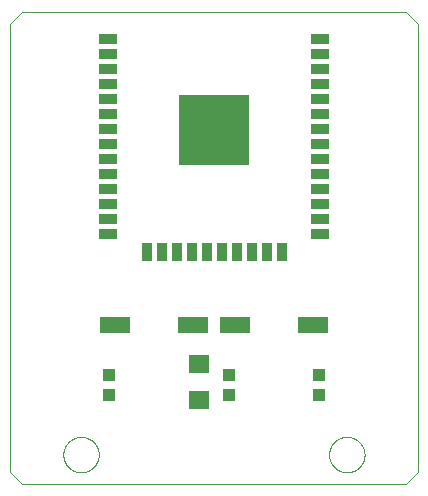
<source format=gtp>
G75*
%MOIN*%
%OFA0B0*%
%FSLAX25Y25*%
%IPPOS*%
%LPD*%
%AMOC8*
5,1,8,0,0,1.08239X$1,22.5*
%
%ADD10C,0.00000*%
%ADD11R,0.03937X0.04331*%
%ADD12R,0.04331X0.03937*%
%ADD13R,0.05906X0.03543*%
%ADD14R,0.03543X0.05906*%
%ADD15R,0.23622X0.23622*%
%ADD16R,0.10433X0.05512*%
%ADD17R,0.06600X0.06000*%
D10*
X0002250Y0006187D02*
X0006187Y0002250D01*
X0134140Y0002250D01*
X0138077Y0006187D01*
X0138077Y0155793D01*
X0134140Y0159730D01*
X0006187Y0159730D01*
X0002250Y0155793D01*
X0002250Y0006187D01*
X0019966Y0012093D02*
X0019968Y0012246D01*
X0019974Y0012400D01*
X0019984Y0012553D01*
X0019998Y0012705D01*
X0020016Y0012858D01*
X0020038Y0013009D01*
X0020063Y0013160D01*
X0020093Y0013311D01*
X0020127Y0013461D01*
X0020164Y0013609D01*
X0020205Y0013757D01*
X0020250Y0013903D01*
X0020299Y0014049D01*
X0020352Y0014193D01*
X0020408Y0014335D01*
X0020468Y0014476D01*
X0020532Y0014616D01*
X0020599Y0014754D01*
X0020670Y0014890D01*
X0020745Y0015024D01*
X0020822Y0015156D01*
X0020904Y0015286D01*
X0020988Y0015414D01*
X0021076Y0015540D01*
X0021167Y0015663D01*
X0021261Y0015784D01*
X0021359Y0015902D01*
X0021459Y0016018D01*
X0021563Y0016131D01*
X0021669Y0016242D01*
X0021778Y0016350D01*
X0021890Y0016455D01*
X0022004Y0016556D01*
X0022122Y0016655D01*
X0022241Y0016751D01*
X0022363Y0016844D01*
X0022488Y0016933D01*
X0022615Y0017020D01*
X0022744Y0017102D01*
X0022875Y0017182D01*
X0023008Y0017258D01*
X0023143Y0017331D01*
X0023280Y0017400D01*
X0023419Y0017465D01*
X0023559Y0017527D01*
X0023701Y0017585D01*
X0023844Y0017640D01*
X0023989Y0017691D01*
X0024135Y0017738D01*
X0024282Y0017781D01*
X0024430Y0017820D01*
X0024579Y0017856D01*
X0024729Y0017887D01*
X0024880Y0017915D01*
X0025031Y0017939D01*
X0025184Y0017959D01*
X0025336Y0017975D01*
X0025489Y0017987D01*
X0025642Y0017995D01*
X0025795Y0017999D01*
X0025949Y0017999D01*
X0026102Y0017995D01*
X0026255Y0017987D01*
X0026408Y0017975D01*
X0026560Y0017959D01*
X0026713Y0017939D01*
X0026864Y0017915D01*
X0027015Y0017887D01*
X0027165Y0017856D01*
X0027314Y0017820D01*
X0027462Y0017781D01*
X0027609Y0017738D01*
X0027755Y0017691D01*
X0027900Y0017640D01*
X0028043Y0017585D01*
X0028185Y0017527D01*
X0028325Y0017465D01*
X0028464Y0017400D01*
X0028601Y0017331D01*
X0028736Y0017258D01*
X0028869Y0017182D01*
X0029000Y0017102D01*
X0029129Y0017020D01*
X0029256Y0016933D01*
X0029381Y0016844D01*
X0029503Y0016751D01*
X0029622Y0016655D01*
X0029740Y0016556D01*
X0029854Y0016455D01*
X0029966Y0016350D01*
X0030075Y0016242D01*
X0030181Y0016131D01*
X0030285Y0016018D01*
X0030385Y0015902D01*
X0030483Y0015784D01*
X0030577Y0015663D01*
X0030668Y0015540D01*
X0030756Y0015414D01*
X0030840Y0015286D01*
X0030922Y0015156D01*
X0030999Y0015024D01*
X0031074Y0014890D01*
X0031145Y0014754D01*
X0031212Y0014616D01*
X0031276Y0014476D01*
X0031336Y0014335D01*
X0031392Y0014193D01*
X0031445Y0014049D01*
X0031494Y0013903D01*
X0031539Y0013757D01*
X0031580Y0013609D01*
X0031617Y0013461D01*
X0031651Y0013311D01*
X0031681Y0013160D01*
X0031706Y0013009D01*
X0031728Y0012858D01*
X0031746Y0012705D01*
X0031760Y0012553D01*
X0031770Y0012400D01*
X0031776Y0012246D01*
X0031778Y0012093D01*
X0031776Y0011940D01*
X0031770Y0011786D01*
X0031760Y0011633D01*
X0031746Y0011481D01*
X0031728Y0011328D01*
X0031706Y0011177D01*
X0031681Y0011026D01*
X0031651Y0010875D01*
X0031617Y0010725D01*
X0031580Y0010577D01*
X0031539Y0010429D01*
X0031494Y0010283D01*
X0031445Y0010137D01*
X0031392Y0009993D01*
X0031336Y0009851D01*
X0031276Y0009710D01*
X0031212Y0009570D01*
X0031145Y0009432D01*
X0031074Y0009296D01*
X0030999Y0009162D01*
X0030922Y0009030D01*
X0030840Y0008900D01*
X0030756Y0008772D01*
X0030668Y0008646D01*
X0030577Y0008523D01*
X0030483Y0008402D01*
X0030385Y0008284D01*
X0030285Y0008168D01*
X0030181Y0008055D01*
X0030075Y0007944D01*
X0029966Y0007836D01*
X0029854Y0007731D01*
X0029740Y0007630D01*
X0029622Y0007531D01*
X0029503Y0007435D01*
X0029381Y0007342D01*
X0029256Y0007253D01*
X0029129Y0007166D01*
X0029000Y0007084D01*
X0028869Y0007004D01*
X0028736Y0006928D01*
X0028601Y0006855D01*
X0028464Y0006786D01*
X0028325Y0006721D01*
X0028185Y0006659D01*
X0028043Y0006601D01*
X0027900Y0006546D01*
X0027755Y0006495D01*
X0027609Y0006448D01*
X0027462Y0006405D01*
X0027314Y0006366D01*
X0027165Y0006330D01*
X0027015Y0006299D01*
X0026864Y0006271D01*
X0026713Y0006247D01*
X0026560Y0006227D01*
X0026408Y0006211D01*
X0026255Y0006199D01*
X0026102Y0006191D01*
X0025949Y0006187D01*
X0025795Y0006187D01*
X0025642Y0006191D01*
X0025489Y0006199D01*
X0025336Y0006211D01*
X0025184Y0006227D01*
X0025031Y0006247D01*
X0024880Y0006271D01*
X0024729Y0006299D01*
X0024579Y0006330D01*
X0024430Y0006366D01*
X0024282Y0006405D01*
X0024135Y0006448D01*
X0023989Y0006495D01*
X0023844Y0006546D01*
X0023701Y0006601D01*
X0023559Y0006659D01*
X0023419Y0006721D01*
X0023280Y0006786D01*
X0023143Y0006855D01*
X0023008Y0006928D01*
X0022875Y0007004D01*
X0022744Y0007084D01*
X0022615Y0007166D01*
X0022488Y0007253D01*
X0022363Y0007342D01*
X0022241Y0007435D01*
X0022122Y0007531D01*
X0022004Y0007630D01*
X0021890Y0007731D01*
X0021778Y0007836D01*
X0021669Y0007944D01*
X0021563Y0008055D01*
X0021459Y0008168D01*
X0021359Y0008284D01*
X0021261Y0008402D01*
X0021167Y0008523D01*
X0021076Y0008646D01*
X0020988Y0008772D01*
X0020904Y0008900D01*
X0020822Y0009030D01*
X0020745Y0009162D01*
X0020670Y0009296D01*
X0020599Y0009432D01*
X0020532Y0009570D01*
X0020468Y0009710D01*
X0020408Y0009851D01*
X0020352Y0009993D01*
X0020299Y0010137D01*
X0020250Y0010283D01*
X0020205Y0010429D01*
X0020164Y0010577D01*
X0020127Y0010725D01*
X0020093Y0010875D01*
X0020063Y0011026D01*
X0020038Y0011177D01*
X0020016Y0011328D01*
X0019998Y0011481D01*
X0019984Y0011633D01*
X0019974Y0011786D01*
X0019968Y0011940D01*
X0019966Y0012093D01*
X0108549Y0012093D02*
X0108551Y0012246D01*
X0108557Y0012400D01*
X0108567Y0012553D01*
X0108581Y0012705D01*
X0108599Y0012858D01*
X0108621Y0013009D01*
X0108646Y0013160D01*
X0108676Y0013311D01*
X0108710Y0013461D01*
X0108747Y0013609D01*
X0108788Y0013757D01*
X0108833Y0013903D01*
X0108882Y0014049D01*
X0108935Y0014193D01*
X0108991Y0014335D01*
X0109051Y0014476D01*
X0109115Y0014616D01*
X0109182Y0014754D01*
X0109253Y0014890D01*
X0109328Y0015024D01*
X0109405Y0015156D01*
X0109487Y0015286D01*
X0109571Y0015414D01*
X0109659Y0015540D01*
X0109750Y0015663D01*
X0109844Y0015784D01*
X0109942Y0015902D01*
X0110042Y0016018D01*
X0110146Y0016131D01*
X0110252Y0016242D01*
X0110361Y0016350D01*
X0110473Y0016455D01*
X0110587Y0016556D01*
X0110705Y0016655D01*
X0110824Y0016751D01*
X0110946Y0016844D01*
X0111071Y0016933D01*
X0111198Y0017020D01*
X0111327Y0017102D01*
X0111458Y0017182D01*
X0111591Y0017258D01*
X0111726Y0017331D01*
X0111863Y0017400D01*
X0112002Y0017465D01*
X0112142Y0017527D01*
X0112284Y0017585D01*
X0112427Y0017640D01*
X0112572Y0017691D01*
X0112718Y0017738D01*
X0112865Y0017781D01*
X0113013Y0017820D01*
X0113162Y0017856D01*
X0113312Y0017887D01*
X0113463Y0017915D01*
X0113614Y0017939D01*
X0113767Y0017959D01*
X0113919Y0017975D01*
X0114072Y0017987D01*
X0114225Y0017995D01*
X0114378Y0017999D01*
X0114532Y0017999D01*
X0114685Y0017995D01*
X0114838Y0017987D01*
X0114991Y0017975D01*
X0115143Y0017959D01*
X0115296Y0017939D01*
X0115447Y0017915D01*
X0115598Y0017887D01*
X0115748Y0017856D01*
X0115897Y0017820D01*
X0116045Y0017781D01*
X0116192Y0017738D01*
X0116338Y0017691D01*
X0116483Y0017640D01*
X0116626Y0017585D01*
X0116768Y0017527D01*
X0116908Y0017465D01*
X0117047Y0017400D01*
X0117184Y0017331D01*
X0117319Y0017258D01*
X0117452Y0017182D01*
X0117583Y0017102D01*
X0117712Y0017020D01*
X0117839Y0016933D01*
X0117964Y0016844D01*
X0118086Y0016751D01*
X0118205Y0016655D01*
X0118323Y0016556D01*
X0118437Y0016455D01*
X0118549Y0016350D01*
X0118658Y0016242D01*
X0118764Y0016131D01*
X0118868Y0016018D01*
X0118968Y0015902D01*
X0119066Y0015784D01*
X0119160Y0015663D01*
X0119251Y0015540D01*
X0119339Y0015414D01*
X0119423Y0015286D01*
X0119505Y0015156D01*
X0119582Y0015024D01*
X0119657Y0014890D01*
X0119728Y0014754D01*
X0119795Y0014616D01*
X0119859Y0014476D01*
X0119919Y0014335D01*
X0119975Y0014193D01*
X0120028Y0014049D01*
X0120077Y0013903D01*
X0120122Y0013757D01*
X0120163Y0013609D01*
X0120200Y0013461D01*
X0120234Y0013311D01*
X0120264Y0013160D01*
X0120289Y0013009D01*
X0120311Y0012858D01*
X0120329Y0012705D01*
X0120343Y0012553D01*
X0120353Y0012400D01*
X0120359Y0012246D01*
X0120361Y0012093D01*
X0120359Y0011940D01*
X0120353Y0011786D01*
X0120343Y0011633D01*
X0120329Y0011481D01*
X0120311Y0011328D01*
X0120289Y0011177D01*
X0120264Y0011026D01*
X0120234Y0010875D01*
X0120200Y0010725D01*
X0120163Y0010577D01*
X0120122Y0010429D01*
X0120077Y0010283D01*
X0120028Y0010137D01*
X0119975Y0009993D01*
X0119919Y0009851D01*
X0119859Y0009710D01*
X0119795Y0009570D01*
X0119728Y0009432D01*
X0119657Y0009296D01*
X0119582Y0009162D01*
X0119505Y0009030D01*
X0119423Y0008900D01*
X0119339Y0008772D01*
X0119251Y0008646D01*
X0119160Y0008523D01*
X0119066Y0008402D01*
X0118968Y0008284D01*
X0118868Y0008168D01*
X0118764Y0008055D01*
X0118658Y0007944D01*
X0118549Y0007836D01*
X0118437Y0007731D01*
X0118323Y0007630D01*
X0118205Y0007531D01*
X0118086Y0007435D01*
X0117964Y0007342D01*
X0117839Y0007253D01*
X0117712Y0007166D01*
X0117583Y0007084D01*
X0117452Y0007004D01*
X0117319Y0006928D01*
X0117184Y0006855D01*
X0117047Y0006786D01*
X0116908Y0006721D01*
X0116768Y0006659D01*
X0116626Y0006601D01*
X0116483Y0006546D01*
X0116338Y0006495D01*
X0116192Y0006448D01*
X0116045Y0006405D01*
X0115897Y0006366D01*
X0115748Y0006330D01*
X0115598Y0006299D01*
X0115447Y0006271D01*
X0115296Y0006247D01*
X0115143Y0006227D01*
X0114991Y0006211D01*
X0114838Y0006199D01*
X0114685Y0006191D01*
X0114532Y0006187D01*
X0114378Y0006187D01*
X0114225Y0006191D01*
X0114072Y0006199D01*
X0113919Y0006211D01*
X0113767Y0006227D01*
X0113614Y0006247D01*
X0113463Y0006271D01*
X0113312Y0006299D01*
X0113162Y0006330D01*
X0113013Y0006366D01*
X0112865Y0006405D01*
X0112718Y0006448D01*
X0112572Y0006495D01*
X0112427Y0006546D01*
X0112284Y0006601D01*
X0112142Y0006659D01*
X0112002Y0006721D01*
X0111863Y0006786D01*
X0111726Y0006855D01*
X0111591Y0006928D01*
X0111458Y0007004D01*
X0111327Y0007084D01*
X0111198Y0007166D01*
X0111071Y0007253D01*
X0110946Y0007342D01*
X0110824Y0007435D01*
X0110705Y0007531D01*
X0110587Y0007630D01*
X0110473Y0007731D01*
X0110361Y0007836D01*
X0110252Y0007944D01*
X0110146Y0008055D01*
X0110042Y0008168D01*
X0109942Y0008284D01*
X0109844Y0008402D01*
X0109750Y0008523D01*
X0109659Y0008646D01*
X0109571Y0008772D01*
X0109487Y0008900D01*
X0109405Y0009030D01*
X0109328Y0009162D01*
X0109253Y0009296D01*
X0109182Y0009432D01*
X0109115Y0009570D01*
X0109051Y0009710D01*
X0108991Y0009851D01*
X0108935Y0009993D01*
X0108882Y0010137D01*
X0108833Y0010283D01*
X0108788Y0010429D01*
X0108747Y0010577D01*
X0108710Y0010725D01*
X0108676Y0010875D01*
X0108646Y0011026D01*
X0108621Y0011177D01*
X0108599Y0011328D01*
X0108581Y0011481D01*
X0108567Y0011633D01*
X0108557Y0011786D01*
X0108551Y0011940D01*
X0108549Y0012093D01*
D11*
X0075250Y0031904D03*
X0075250Y0038596D03*
D12*
X0105250Y0038596D03*
X0105250Y0031904D03*
X0035250Y0031904D03*
X0035250Y0038596D03*
D13*
X0034817Y0085565D03*
X0034817Y0090565D03*
X0034817Y0095565D03*
X0034817Y0100565D03*
X0034817Y0105565D03*
X0034817Y0110565D03*
X0034817Y0115565D03*
X0034817Y0120565D03*
X0034817Y0125565D03*
X0034817Y0130565D03*
X0034817Y0135565D03*
X0034817Y0140565D03*
X0034817Y0145565D03*
X0034817Y0150565D03*
X0105683Y0150565D03*
X0105683Y0145565D03*
X0105683Y0140565D03*
X0105683Y0135565D03*
X0105683Y0130565D03*
X0105683Y0125565D03*
X0105683Y0120565D03*
X0105683Y0115565D03*
X0105683Y0110565D03*
X0105683Y0105565D03*
X0105683Y0100565D03*
X0105683Y0095565D03*
X0105683Y0090565D03*
X0105683Y0085565D03*
D14*
X0092750Y0079699D03*
X0087750Y0079699D03*
X0082750Y0079699D03*
X0077750Y0079699D03*
X0072750Y0079699D03*
X0067750Y0079699D03*
X0062750Y0079699D03*
X0057750Y0079699D03*
X0052750Y0079699D03*
X0047750Y0079699D03*
D15*
X0070250Y0120250D03*
D16*
X0063341Y0055250D03*
X0077159Y0055250D03*
X0103341Y0055250D03*
X0037159Y0055250D03*
D17*
X0065250Y0042250D03*
X0065250Y0030250D03*
M02*

</source>
